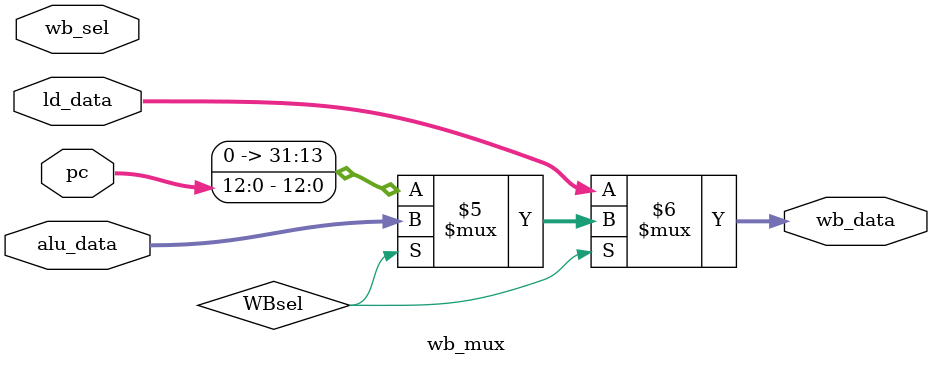
<source format=sv>
module wb_mux (
	input logic [12:0] pc,
	input logic [31:0] alu_data,
    input logic [31:0] ld_data,
	input logic [1:0] wb_sel,
	output logic [31:0] wb_data
);

	assign wb_data = (WBsel == 2'h0) ? ld_data :
	                 (WBsel == 2'h1) ? alu_data  :
						(WBsel == 2'h2) ? pc  : pc ;

endmodule
</source>
